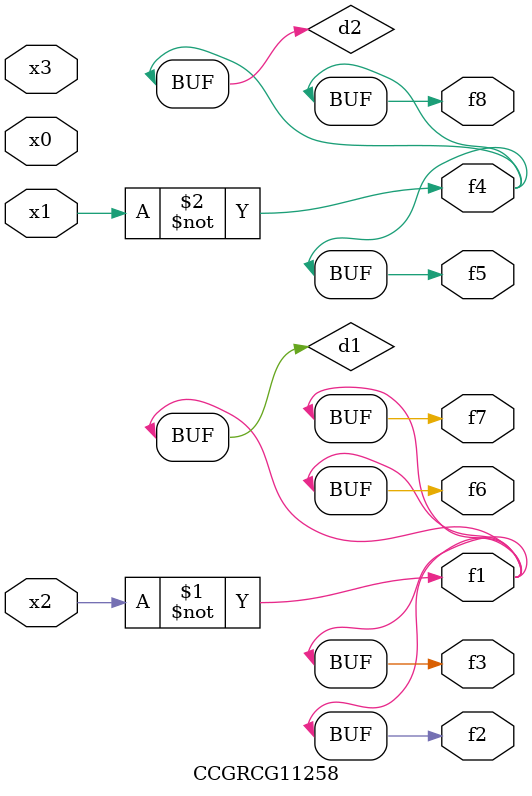
<source format=v>
module CCGRCG11258(
	input x0, x1, x2, x3,
	output f1, f2, f3, f4, f5, f6, f7, f8
);

	wire d1, d2;

	xnor (d1, x2);
	not (d2, x1);
	assign f1 = d1;
	assign f2 = d1;
	assign f3 = d1;
	assign f4 = d2;
	assign f5 = d2;
	assign f6 = d1;
	assign f7 = d1;
	assign f8 = d2;
endmodule

</source>
